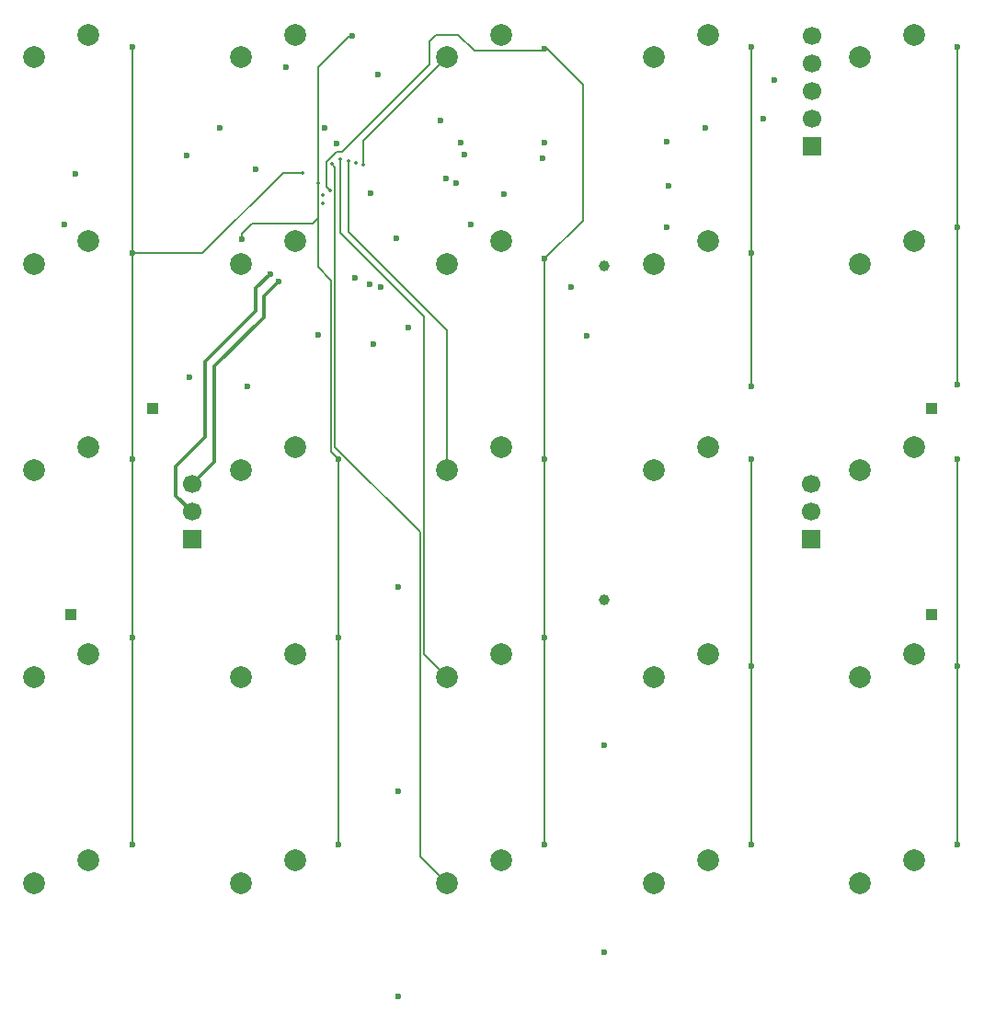
<source format=gbr>
%TF.GenerationSoftware,KiCad,Pcbnew,9.0.2*%
%TF.CreationDate,2026-01-27T21:16:03+01:00*%
%TF.ProjectId,Keymodule,4b65796d-6f64-4756-9c65-2e6b69636164,rev?*%
%TF.SameCoordinates,Original*%
%TF.FileFunction,Copper,L2,Inr*%
%TF.FilePolarity,Positive*%
%FSLAX46Y46*%
G04 Gerber Fmt 4.6, Leading zero omitted, Abs format (unit mm)*
G04 Created by KiCad (PCBNEW 9.0.2) date 2026-01-27 21:16:03*
%MOMM*%
%LPD*%
G01*
G04 APERTURE LIST*
%TA.AperFunction,ComponentPad*%
%ADD10R,1.700000X1.700000*%
%TD*%
%TA.AperFunction,ComponentPad*%
%ADD11C,1.700000*%
%TD*%
%TA.AperFunction,ComponentPad*%
%ADD12R,1.000000X1.000000*%
%TD*%
%TA.AperFunction,ComponentPad*%
%ADD13C,2.000000*%
%TD*%
%TA.AperFunction,ViaPad*%
%ADD14C,0.600000*%
%TD*%
%TA.AperFunction,ViaPad*%
%ADD15C,1.000000*%
%TD*%
%TA.AperFunction,ViaPad*%
%ADD16C,0.350000*%
%TD*%
%TA.AperFunction,Conductor*%
%ADD17C,0.200000*%
%TD*%
%TA.AperFunction,Conductor*%
%ADD18C,0.300000*%
%TD*%
G04 APERTURE END LIST*
D10*
%TO.N,potSig*%
%TO.C,J3*%
X71500000Y-102560000D03*
D11*
%TO.N,SDA*%
X71500000Y-100020000D03*
%TO.N,SCL*%
X71500000Y-97480000D03*
%TD*%
D12*
%TO.N,GND*%
%TO.C,GND*%
X139600000Y-109500000D03*
%TD*%
%TO.N,+5V*%
%TO.C,5V*%
X139600000Y-90500000D03*
%TD*%
%TO.N,+5V*%
%TO.C,5V*%
X67900000Y-90500000D03*
%TD*%
D10*
%TO.N,+5V*%
%TO.C,REF\u002A\u002A*%
X128600000Y-66400000D03*
D11*
%TO.N,Net-(J11-Pin_4)*%
X128600000Y-63860000D03*
%TO.N,Net-(J11-Pin_3)*%
X128600000Y-61320000D03*
%TO.N,GND*%
X128600000Y-58780000D03*
%TO.N,N/C*%
X128600000Y-56240000D03*
%TD*%
D12*
%TO.N,GND*%
%TO.C,GND*%
X60400000Y-109500000D03*
%TD*%
D13*
%TO.N,Net-(D20-K)*%
%TO.C,M_SW18*%
X81000000Y-94100000D03*
%TO.N,col2*%
X76000000Y-96200000D03*
%TD*%
%TO.N,Net-(D4-K)*%
%TO.C,M_SW2*%
X138000000Y-75100000D03*
%TO.N,col1*%
X133000000Y-77200000D03*
%TD*%
%TO.N,Net-(D23-K)*%
%TO.C,M_SW21*%
X62000000Y-56100000D03*
%TO.N,col0*%
X57000000Y-58200000D03*
%TD*%
%TO.N,Net-(D22-K)*%
%TO.C,M_SW20*%
X81000000Y-132100000D03*
%TO.N,col4*%
X76000000Y-134200000D03*
%TD*%
%TO.N,Net-(D11-K)*%
%TO.C,M_SW9*%
X119000000Y-113100000D03*
%TO.N,col3*%
X114000000Y-115200000D03*
%TD*%
%TO.N,Net-(D8-K)*%
%TO.C,M_SW6*%
X119000000Y-56100000D03*
%TO.N,col0*%
X114000000Y-58200000D03*
%TD*%
%TO.N,Net-(D7-K)*%
%TO.C,M_SW5*%
X138000000Y-132100000D03*
%TO.N,col4*%
X133000000Y-134200000D03*
%TD*%
%TO.N,Net-(D21-K)*%
%TO.C,M_SW19*%
X81000000Y-113100000D03*
%TO.N,col3*%
X76000000Y-115200000D03*
%TD*%
%TO.N,Net-(D10-K)*%
%TO.C,M_SW8*%
X119000000Y-94100000D03*
%TO.N,col2*%
X114000000Y-96200000D03*
%TD*%
%TO.N,Net-(D14-K)*%
%TO.C,M_SW12*%
X100000000Y-75100000D03*
%TO.N,col1*%
X95000000Y-77200000D03*
%TD*%
%TO.N,Net-(D25-K)*%
%TO.C,M_SW23*%
X62000000Y-94100000D03*
%TO.N,col2*%
X57000000Y-96200000D03*
%TD*%
%TO.N,Net-(D13-K)*%
%TO.C,M_SW11*%
X100000000Y-56100000D03*
%TO.N,col0*%
X95000000Y-58200000D03*
%TD*%
%TO.N,Net-(D18-K)*%
%TO.C,M_SW16*%
X81000000Y-56100000D03*
%TO.N,col0*%
X76000000Y-58200000D03*
%TD*%
%TO.N,Net-(D9-K)*%
%TO.C,M_SW7*%
X119000000Y-75100000D03*
%TO.N,col1*%
X114000000Y-77200000D03*
%TD*%
%TO.N,Net-(D5-K)*%
%TO.C,M_SW3*%
X138000000Y-94100000D03*
%TO.N,col2*%
X133000000Y-96200000D03*
%TD*%
%TO.N,Net-(D26-K)*%
%TO.C,M_SW24*%
X62000000Y-113100000D03*
%TO.N,col3*%
X57000000Y-115200000D03*
%TD*%
%TO.N,Net-(D16-K)*%
%TO.C,M_SW14*%
X100000000Y-113100000D03*
%TO.N,col3*%
X95000000Y-115200000D03*
%TD*%
D10*
%TO.N,potSig*%
%TO.C,J6*%
X128500000Y-102560000D03*
D11*
%TO.N,SDA*%
X128500000Y-100020000D03*
%TO.N,SCL*%
X128500000Y-97480000D03*
%TD*%
D13*
%TO.N,Net-(D50-K)*%
%TO.C,M_SW25*%
X62000000Y-132100000D03*
%TO.N,col4*%
X57000000Y-134200000D03*
%TD*%
%TO.N,Net-(D17-K)*%
%TO.C,M_SW15*%
X100000000Y-132100000D03*
%TO.N,col4*%
X95000000Y-134200000D03*
%TD*%
%TO.N,Net-(D6-K)*%
%TO.C,M_SW4*%
X138000000Y-113100000D03*
%TO.N,col3*%
X133000000Y-115200000D03*
%TD*%
%TO.N,Net-(D15-K)*%
%TO.C,M_SW13*%
X100000000Y-94100000D03*
%TO.N,col2*%
X95000000Y-96200000D03*
%TD*%
%TO.N,Net-(D3-K)*%
%TO.C,M_SW1*%
X138000000Y-56100000D03*
%TO.N,col0*%
X133000000Y-58200000D03*
%TD*%
%TO.N,Net-(D12-K)*%
%TO.C,M_SW10*%
X119000000Y-132100000D03*
%TO.N,col4*%
X114000000Y-134200000D03*
%TD*%
%TO.N,Net-(D19-K)*%
%TO.C,M_SW17*%
X81000000Y-75100000D03*
%TO.N,col1*%
X76000000Y-77200000D03*
%TD*%
%TO.N,Net-(D24-K)*%
%TO.C,M_SW22*%
X62000000Y-75100000D03*
%TO.N,col1*%
X57000000Y-77200000D03*
%TD*%
D14*
%TO.N,GND*%
X118800000Y-64700000D03*
%TO.N,+5V*%
X115400000Y-70000000D03*
X96600000Y-67100000D03*
X77400000Y-68501000D03*
X71300000Y-87600000D03*
X90500000Y-106900000D03*
X90500000Y-144600000D03*
X59800000Y-73600000D03*
X60800000Y-68900000D03*
X90500000Y-125700000D03*
%TO.N,GND*%
X104000000Y-66000000D03*
X71000000Y-67200000D03*
X91464156Y-83034315D03*
X74100000Y-64700000D03*
X107900000Y-83800000D03*
D15*
X109500000Y-108100000D03*
D14*
X83700000Y-64700000D03*
D15*
X109500000Y-77400000D03*
D14*
X83100000Y-83700000D03*
X109500000Y-140506161D03*
X109500000Y-121500000D03*
X88211465Y-84589950D03*
X90300000Y-74800000D03*
X100200000Y-70800000D03*
X88600000Y-59800000D03*
X88000000Y-70700000D03*
X97200000Y-73600000D03*
%TO.N,+3.3V*%
X80200000Y-59100000D03*
X94400000Y-64000000D03*
%TO.N,row0*%
X115200000Y-73800000D03*
X142000000Y-130600000D03*
X142000000Y-57200000D03*
X142000000Y-88300000D03*
X142000000Y-114200000D03*
X142000000Y-95200000D03*
D16*
X83575000Y-71600000D03*
D14*
X142000000Y-73800000D03*
%TO.N,row1*%
X106400000Y-79300000D03*
D16*
X83594742Y-70819742D03*
D14*
X123000000Y-95200000D03*
X123000000Y-76200000D03*
X123000000Y-57200000D03*
X123000000Y-130600000D03*
X123000000Y-114200000D03*
X123000000Y-88500000D03*
D16*
%TO.N,row2*%
X84226000Y-70400000D03*
D14*
X104000000Y-111600000D03*
X104000000Y-76700000D03*
X104000000Y-95200000D03*
X104000000Y-57401000D03*
X104000000Y-130600000D03*
%TO.N,row3*%
X76100000Y-74900000D03*
X85000000Y-130600000D03*
X85000000Y-111600000D03*
D16*
X83100000Y-69800000D03*
D14*
X85000000Y-95200000D03*
X86300000Y-56200000D03*
%TO.N,row4*%
X66000000Y-57200000D03*
X66000000Y-95200000D03*
X66000000Y-76200000D03*
X66000000Y-130600000D03*
X66000000Y-111600000D03*
D16*
X81700000Y-68800000D03*
D14*
%TO.N,potSig*%
X76600000Y-88500000D03*
X88900000Y-79300000D03*
%TO.N,SCL*%
X79500000Y-78800000D03*
X87900000Y-79100000D03*
%TO.N,SDA*%
X86500000Y-78500000D03*
X78700000Y-78100000D03*
%TO.N,Net-(L2-DOUT)*%
X84800000Y-66100000D03*
X96300000Y-66000000D03*
%TO.N,Net-(L3-DOUT)*%
X103800000Y-67500000D03*
X115200000Y-65950000D03*
D16*
%TO.N,col0*%
X87300000Y-68100000D03*
%TO.N,col1*%
X86600000Y-67900000D03*
%TO.N,col2*%
X85900000Y-67700000D03*
%TO.N,col3*%
X85200000Y-67600000D03*
%TO.N,col4*%
X84400000Y-68000000D03*
D14*
%TO.N,USB_D+*%
X125100000Y-60300000D03*
X94900000Y-69300000D03*
%TO.N,USB_D-*%
X95800000Y-69800000D03*
X124100000Y-63800000D03*
%TD*%
D17*
%TO.N,row0*%
X142000000Y-95200000D02*
X142000000Y-114200000D01*
X142000000Y-57200000D02*
X142000000Y-88300000D01*
X142000000Y-114200000D02*
X142000000Y-130600000D01*
%TO.N,row1*%
X123000000Y-76200000D02*
X123000000Y-88500000D01*
X123000000Y-95200000D02*
X123000000Y-114200000D01*
X123000000Y-76200000D02*
X123000000Y-57200000D01*
X123000000Y-114200000D02*
X123000000Y-130600000D01*
%TO.N,row2*%
X104000000Y-95200000D02*
X104000000Y-111600000D01*
X83924000Y-70098000D02*
X84226000Y-70400000D01*
X85310583Y-66900000D02*
X84826834Y-66900000D01*
X104000000Y-111600000D02*
X104000000Y-130600000D01*
X104000000Y-95200000D02*
X104000000Y-76700000D01*
X97500000Y-57600000D02*
X96000000Y-56100000D01*
X93400000Y-56700000D02*
X93400000Y-58810583D01*
X103801000Y-57600000D02*
X97500000Y-57600000D01*
X85000000Y-66900000D02*
X84826834Y-66900000D01*
X104201000Y-57401000D02*
X107500000Y-60700000D01*
X107500000Y-60700000D02*
X107500000Y-73200000D01*
X96000000Y-56100000D02*
X94000000Y-56100000D01*
X94000000Y-56100000D02*
X93400000Y-56700000D01*
X104000000Y-57401000D02*
X103801000Y-57600000D01*
X84826834Y-66900000D02*
X83924000Y-67802834D01*
X104000000Y-57401000D02*
X104201000Y-57401000D01*
X83924000Y-67802834D02*
X83924000Y-70098000D01*
X107500000Y-73200000D02*
X104000000Y-76700000D01*
X93400000Y-58810583D02*
X85310583Y-66900000D01*
%TO.N,row3*%
X83100000Y-77500001D02*
X84300000Y-78700001D01*
X83100000Y-69800000D02*
X83100000Y-70100000D01*
X76100000Y-74400000D02*
X77000000Y-73500000D01*
X83100000Y-72900000D02*
X83100000Y-77500001D01*
X85000000Y-111600000D02*
X85000000Y-95200000D01*
X76100000Y-74900000D02*
X76100000Y-74400000D01*
X77000000Y-73500000D02*
X82600000Y-73500000D01*
X82600000Y-73500000D02*
X83100000Y-73000000D01*
X84300000Y-78700001D02*
X84300000Y-94500000D01*
X83100000Y-72900000D02*
X83100000Y-70100000D01*
X83100000Y-59100000D02*
X83100000Y-70100000D01*
X86000000Y-56200000D02*
X83100000Y-59100000D01*
X85000000Y-111600000D02*
X85000000Y-130600000D01*
X86300000Y-56200000D02*
X86000000Y-56200000D01*
X84300000Y-94500000D02*
X85000000Y-95200000D01*
X83100000Y-73000000D02*
X83100000Y-72900000D01*
%TO.N,row4*%
X66000000Y-95200000D02*
X66000000Y-111600000D01*
X66000000Y-76200000D02*
X72500000Y-76200000D01*
X72500000Y-76200000D02*
X79900000Y-68800000D01*
X66000000Y-111600000D02*
X66000000Y-130600000D01*
X66000000Y-57200000D02*
X66000000Y-76200000D01*
X66000000Y-76200000D02*
X66000000Y-95200000D01*
X79900000Y-68800000D02*
X81700000Y-68800000D01*
D18*
%TO.N,SCL*%
X78100000Y-82100000D02*
X78100000Y-80200000D01*
X73600000Y-86600000D02*
X78100000Y-82100000D01*
X73600000Y-95380000D02*
X73600000Y-86600000D01*
X71500000Y-97480000D02*
X73600000Y-95380000D01*
X78100000Y-80200000D02*
X79500000Y-78800000D01*
%TO.N,SDA*%
X72700000Y-93100000D02*
X70000000Y-95800000D01*
X70000000Y-95800000D02*
X70000000Y-98520000D01*
X77400000Y-81500000D02*
X72700000Y-86200000D01*
X72700000Y-86200000D02*
X72700000Y-93100000D01*
X70000000Y-98520000D02*
X71500000Y-100020000D01*
D17*
X71630000Y-99830000D02*
X72100000Y-99830000D01*
D18*
X77400000Y-79400000D02*
X77400000Y-81500000D01*
X78700000Y-78100000D02*
X77400000Y-79400000D01*
D17*
%TO.N,col0*%
X87300000Y-68100000D02*
X87300000Y-65900000D01*
X87300000Y-65900000D02*
X95000000Y-58200000D01*
%TO.N,col2*%
X85900000Y-74239892D02*
X95000000Y-83339892D01*
X85900000Y-67700000D02*
X85900000Y-74239892D01*
X95000000Y-83339892D02*
X95000000Y-96200000D01*
%TO.N,col3*%
X85200000Y-74300000D02*
X92900000Y-82000000D01*
X92900000Y-82000000D02*
X92900000Y-113100000D01*
X85200000Y-67600000D02*
X85200000Y-74300000D01*
X92900000Y-113100000D02*
X95000000Y-115200000D01*
%TO.N,col4*%
X84400000Y-68000000D02*
X84701000Y-68301000D01*
X92499000Y-131699000D02*
X95000000Y-134200000D01*
X84701000Y-94051057D02*
X92499000Y-101849057D01*
X84701000Y-68301000D02*
X84701000Y-94051057D01*
X92499000Y-101849057D02*
X92499000Y-131699000D01*
%TD*%
M02*

</source>
